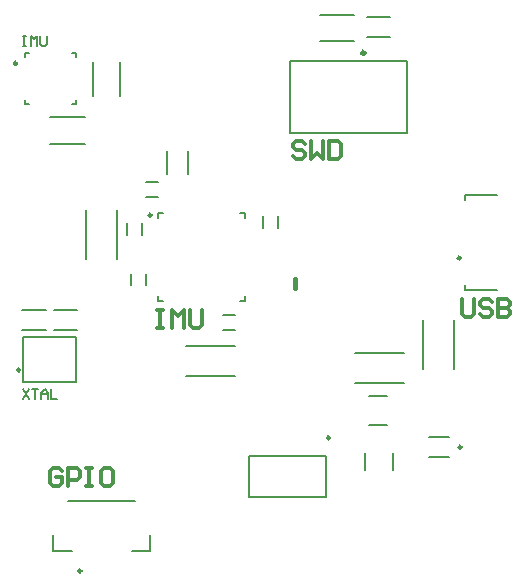
<source format=gbr>
%TF.GenerationSoftware,Altium Limited,Altium Designer,23.5.1 (21)*%
G04 Layer_Color=65535*
%FSLAX45Y45*%
%MOMM*%
%TF.SameCoordinates,5289BC4C-B9E5-40BB-BF73-25A575C0F3CC*%
%TF.FilePolarity,Positive*%
%TF.FileFunction,Legend,Top*%
%TF.Part,Single*%
G01*
G75*
%TA.AperFunction,NonConductor*%
%ADD60C,0.25000*%
%ADD61C,0.30000*%
%ADD62C,0.20000*%
%ADD63C,0.12700*%
%ADD64C,0.40000*%
%ADD65C,0.35000*%
D60*
X11472500Y6249500D02*
G03*
X11472500Y6249500I-12500J0D01*
G01*
X9368118Y5121752D02*
G03*
X9368118Y5121752I-12500J0D01*
G01*
X12578500Y7772500D02*
G03*
X12578500Y7772500I-12500J0D01*
G01*
X8850000Y6825000D02*
G03*
X8850000Y6825000I-12500J0D01*
G01*
X8822500Y9420000D02*
G03*
X8822500Y9420000I-12500J0D01*
G01*
X9961142Y8135005D02*
G03*
X9961142Y8135005I-12500J0D01*
G01*
X12585969Y6170000D02*
G03*
X12585969Y6170000I-12500J0D01*
G01*
D61*
X11770000Y9508500D02*
G03*
X11770000Y9508500I-15000J0D01*
G01*
D62*
X11435250Y5744750D02*
Y6095250D01*
X10784750Y5744750D02*
X11435250D01*
X10784750D02*
Y6095250D01*
X11435250D01*
X9953118Y5289252D02*
Y5426752D01*
X9255618Y5714252D02*
X9825618D01*
X9128118Y5289252D02*
Y5426752D01*
Y5289252D02*
X9285618D01*
X9795618D02*
X9953118D01*
X10267500Y8486815D02*
Y8679062D01*
X10092500Y8486815D02*
Y8679062D01*
X12616000Y7500500D02*
X12883501D01*
X12616000Y8309500D02*
X12883501D01*
X12616000Y8262500D02*
Y8309500D01*
Y7500500D02*
Y7547500D01*
X11803469Y6599999D02*
X11953469D01*
X11803469Y6359999D02*
X11953469D01*
X9913500Y7540000D02*
Y7640000D01*
X9786500Y7540000D02*
Y7640000D01*
X8875000Y6725000D02*
Y7105000D01*
Y6725000D02*
X9325000D01*
Y7105000D01*
X8875000D02*
X9325000D01*
X9133446Y7165000D02*
X9334659D01*
X9133446Y7335000D02*
X9334659D01*
X8865341D02*
X9066554D01*
X8865341Y7165000D02*
X9066554D01*
X9287500Y9510000D02*
X9320000D01*
Y9477500D02*
Y9510000D01*
Y9080000D02*
Y9112500D01*
X9287500Y9080000D02*
X9320000D01*
X8890000D02*
X8922500D01*
X8890000D02*
Y9112500D01*
Y9510000D02*
X8922500D01*
X8890000Y9477500D02*
Y9510000D01*
X9467190Y9143612D02*
Y9435232D01*
X9692810Y9143612D02*
Y9435232D01*
X10013642Y7410005D02*
X10056142D01*
X10013642D02*
Y7452505D01*
X10711142Y7410005D02*
X10753642D01*
Y7452505D01*
Y8107505D02*
Y8150005D01*
X10711142D02*
X10753642D01*
X10013642D02*
X10056142D01*
X10013642Y8107505D02*
Y8150005D01*
X9754519Y7965680D02*
Y8065680D01*
X9881519Y7965680D02*
Y8065680D01*
X9914935Y8289565D02*
X10014935D01*
X9914935Y8416565D02*
X10014935D01*
X11685547Y6970309D02*
X12096167D01*
X11685547Y6709690D02*
X12096167D01*
X10570000Y7293500D02*
X10670000D01*
X10570000Y7166500D02*
X10670000D01*
X12520310Y6834690D02*
Y7245310D01*
X12259690Y6834690D02*
Y7245310D01*
X12010000Y5975000D02*
Y6125000D01*
X11770000Y5975000D02*
Y6125000D01*
X12308469Y6255000D02*
X12478469D01*
X12308469Y6085000D02*
X12478469D01*
X11790515Y9640700D02*
X11982762D01*
X11790515Y9815700D02*
X11982762D01*
X9406322Y7765648D02*
Y8176268D01*
X9666942Y7765648D02*
Y8176268D01*
X11033500Y8030000D02*
Y8130000D01*
X10906500Y8030000D02*
Y8130000D01*
X10254690Y6769690D02*
X10665310D01*
X10254690Y7030310D02*
X10665310D01*
X11384346Y9831010D02*
X11675965D01*
X11384346Y9605390D02*
X11675965D01*
X9104768Y8737190D02*
X9396388D01*
X9104768Y8962810D02*
X9396388D01*
X8869994Y6659526D02*
X8923310Y6579552D01*
Y6659526D02*
X8869994Y6579552D01*
X8949968Y6659526D02*
X9003284D01*
X8976626D01*
Y6579552D01*
X9029942D02*
Y6632868D01*
X9056600Y6659526D01*
X9083258Y6632868D01*
Y6579552D01*
Y6619539D01*
X9029942D01*
X9109917Y6659526D02*
Y6579552D01*
X9163233D01*
X8873080Y9650776D02*
X8899738D01*
X8886409D01*
Y9570802D01*
X8873080D01*
X8899738D01*
X8939725D02*
Y9650776D01*
X8966383Y9624118D01*
X8993041Y9650776D01*
Y9570802D01*
X9019699Y9650776D02*
Y9584131D01*
X9033028Y9570802D01*
X9059686D01*
X9073015Y9584131D01*
Y9650776D01*
D63*
X12125300Y8828700D02*
Y9438300D01*
X11134700D02*
X12125300D01*
X11134700Y8828700D02*
Y9438300D01*
Y8828700D02*
X12125300D01*
D64*
X11180907Y7517661D02*
Y7597661D01*
D65*
X9205662Y5971488D02*
X9180270Y5996880D01*
X9129487D01*
X9104095Y5971488D01*
Y5869921D01*
X9129487Y5844529D01*
X9180270D01*
X9205662Y5869921D01*
Y5920704D01*
X9154879D01*
X9256446Y5844529D02*
Y5996880D01*
X9332621D01*
X9358013Y5971488D01*
Y5920704D01*
X9332621Y5895312D01*
X9256446D01*
X9408797Y5996880D02*
X9459580D01*
X9434188D01*
Y5844529D01*
X9408797D01*
X9459580D01*
X9611931Y5996880D02*
X9561147D01*
X9535755Y5971488D01*
Y5869921D01*
X9561147Y5844529D01*
X9611931D01*
X9637323Y5869921D01*
Y5971488D01*
X9611931Y5996880D01*
X11261567Y8736959D02*
X11236175Y8762351D01*
X11185392D01*
X11160000Y8736959D01*
Y8711567D01*
X11185392Y8686175D01*
X11236175D01*
X11261567Y8660783D01*
Y8635392D01*
X11236175Y8610000D01*
X11185392D01*
X11160000Y8635392D01*
X11312351Y8762351D02*
Y8610000D01*
X11363134Y8660783D01*
X11413918Y8610000D01*
Y8762351D01*
X11464701D02*
Y8610000D01*
X11540877D01*
X11566268Y8635392D01*
Y8736959D01*
X11540877Y8762351D01*
X11464701D01*
X12594262Y7423761D02*
Y7296802D01*
X12619654Y7271410D01*
X12670438D01*
X12695830Y7296802D01*
Y7423761D01*
X12848180Y7398369D02*
X12822787Y7423761D01*
X12772005D01*
X12746613Y7398369D01*
Y7372978D01*
X12772005Y7347586D01*
X12822787D01*
X12848180Y7322194D01*
Y7296802D01*
X12822787Y7271410D01*
X12772005D01*
X12746613Y7296802D01*
X12898964Y7423761D02*
Y7271410D01*
X12975139D01*
X13000531Y7296802D01*
Y7322194D01*
X12975139Y7347586D01*
X12898964D01*
X12975139D01*
X13000531Y7372978D01*
Y7398369D01*
X12975139Y7423761D01*
X12898964D01*
X10011837Y7335485D02*
X10062621D01*
X10037229D01*
Y7183134D01*
X10011837D01*
X10062621D01*
X10138796D02*
Y7335485D01*
X10189580Y7284701D01*
X10240363Y7335485D01*
Y7183134D01*
X10291147Y7335485D02*
Y7208526D01*
X10316539Y7183134D01*
X10367322D01*
X10392714Y7208526D01*
Y7335485D01*
%TF.MD5,7f079b072da96a466eae97de580d38c2*%
M02*

</source>
